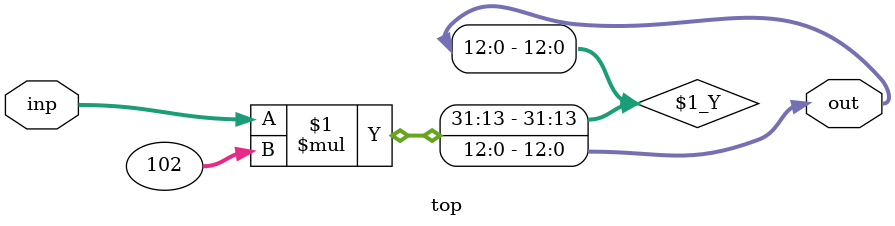
<source format=v>
module top(inp, out);
parameter width=5;
parameter outwidth=width+8;
parameter constant=102;

input signed [width-1:0] inp;
output signed [outwidth-1:0] out;

assign out = inp * constant;

endmodule
</source>
